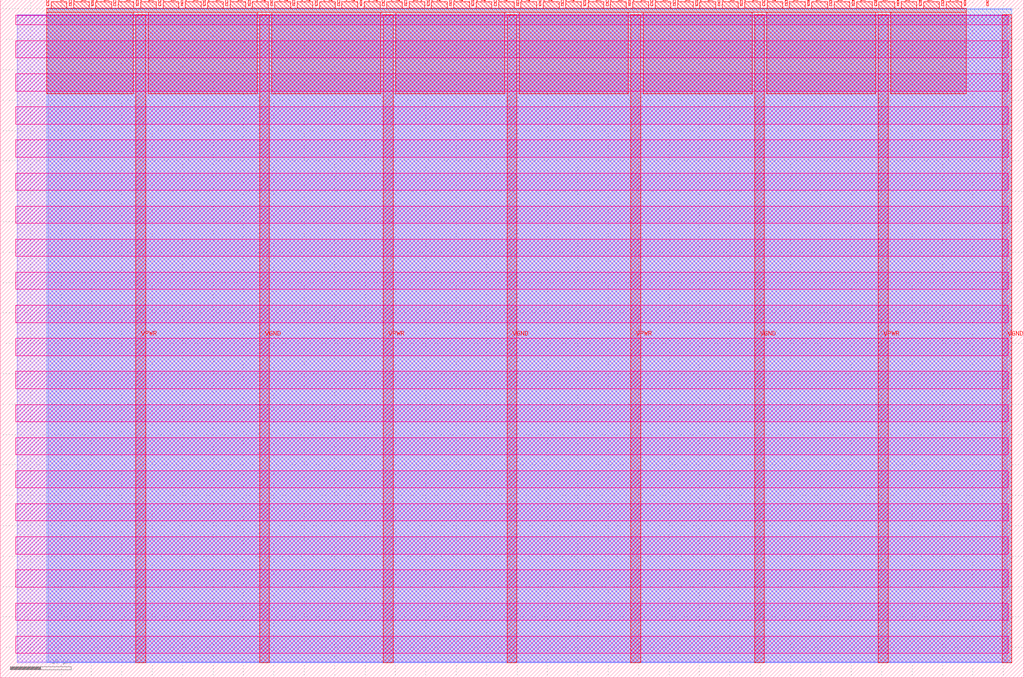
<source format=lef>
VERSION 5.7 ;
  NOWIREEXTENSIONATPIN ON ;
  DIVIDERCHAR "/" ;
  BUSBITCHARS "[]" ;
MACRO tt_um_BounceFSM_RSX92
  CLASS BLOCK ;
  FOREIGN tt_um_BounceFSM_RSX92 ;
  ORIGIN 0.000 0.000 ;
  SIZE 168.360 BY 111.520 ;
  PIN VGND
    DIRECTION INOUT ;
    USE GROUND ;
    PORT
      LAYER met4 ;
        RECT 42.670 2.480 44.270 109.040 ;
    END
    PORT
      LAYER met4 ;
        RECT 83.380 2.480 84.980 109.040 ;
    END
    PORT
      LAYER met4 ;
        RECT 124.090 2.480 125.690 109.040 ;
    END
    PORT
      LAYER met4 ;
        RECT 164.800 2.480 166.400 109.040 ;
    END
  END VGND
  PIN VPWR
    DIRECTION INOUT ;
    USE POWER ;
    PORT
      LAYER met4 ;
        RECT 22.315 2.480 23.915 109.040 ;
    END
    PORT
      LAYER met4 ;
        RECT 63.025 2.480 64.625 109.040 ;
    END
    PORT
      LAYER met4 ;
        RECT 103.735 2.480 105.335 109.040 ;
    END
    PORT
      LAYER met4 ;
        RECT 144.445 2.480 146.045 109.040 ;
    END
  END VPWR
  PIN clk
    DIRECTION INPUT ;
    USE SIGNAL ;
    ANTENNAGATEAREA 0.852000 ;
    PORT
      LAYER met4 ;
        RECT 158.550 110.520 158.850 111.520 ;
    END
  END clk
  PIN ena
    DIRECTION INPUT ;
    USE SIGNAL ;
    PORT
      LAYER met4 ;
        RECT 162.230 110.520 162.530 111.520 ;
    END
  END ena
  PIN rst_n
    DIRECTION INPUT ;
    USE SIGNAL ;
    ANTENNAGATEAREA 0.196500 ;
    PORT
      LAYER met4 ;
        RECT 154.870 110.520 155.170 111.520 ;
    END
  END rst_n
  PIN ui_in[0]
    DIRECTION INPUT ;
    USE SIGNAL ;
    ANTENNAGATEAREA 0.213000 ;
    PORT
      LAYER met4 ;
        RECT 151.190 110.520 151.490 111.520 ;
    END
  END ui_in[0]
  PIN ui_in[1]
    DIRECTION INPUT ;
    USE SIGNAL ;
    ANTENNAGATEAREA 0.196500 ;
    PORT
      LAYER met4 ;
        RECT 147.510 110.520 147.810 111.520 ;
    END
  END ui_in[1]
  PIN ui_in[2]
    DIRECTION INPUT ;
    USE SIGNAL ;
    PORT
      LAYER met4 ;
        RECT 143.830 110.520 144.130 111.520 ;
    END
  END ui_in[2]
  PIN ui_in[3]
    DIRECTION INPUT ;
    USE SIGNAL ;
    PORT
      LAYER met4 ;
        RECT 140.150 110.520 140.450 111.520 ;
    END
  END ui_in[3]
  PIN ui_in[4]
    DIRECTION INPUT ;
    USE SIGNAL ;
    ANTENNAGATEAREA 0.126000 ;
    PORT
      LAYER met4 ;
        RECT 136.470 110.520 136.770 111.520 ;
    END
  END ui_in[4]
  PIN ui_in[5]
    DIRECTION INPUT ;
    USE SIGNAL ;
    ANTENNAGATEAREA 0.126000 ;
    PORT
      LAYER met4 ;
        RECT 132.790 110.520 133.090 111.520 ;
    END
  END ui_in[5]
  PIN ui_in[6]
    DIRECTION INPUT ;
    USE SIGNAL ;
    ANTENNAGATEAREA 0.196500 ;
    PORT
      LAYER met4 ;
        RECT 129.110 110.520 129.410 111.520 ;
    END
  END ui_in[6]
  PIN ui_in[7]
    DIRECTION INPUT ;
    USE SIGNAL ;
    ANTENNAGATEAREA 0.126000 ;
    PORT
      LAYER met4 ;
        RECT 125.430 110.520 125.730 111.520 ;
    END
  END ui_in[7]
  PIN uio_in[0]
    DIRECTION INPUT ;
    USE SIGNAL ;
    PORT
      LAYER met4 ;
        RECT 121.750 110.520 122.050 111.520 ;
    END
  END uio_in[0]
  PIN uio_in[1]
    DIRECTION INPUT ;
    USE SIGNAL ;
    PORT
      LAYER met4 ;
        RECT 118.070 110.520 118.370 111.520 ;
    END
  END uio_in[1]
  PIN uio_in[2]
    DIRECTION INPUT ;
    USE SIGNAL ;
    PORT
      LAYER met4 ;
        RECT 114.390 110.520 114.690 111.520 ;
    END
  END uio_in[2]
  PIN uio_in[3]
    DIRECTION INPUT ;
    USE SIGNAL ;
    PORT
      LAYER met4 ;
        RECT 110.710 110.520 111.010 111.520 ;
    END
  END uio_in[3]
  PIN uio_in[4]
    DIRECTION INPUT ;
    USE SIGNAL ;
    PORT
      LAYER met4 ;
        RECT 107.030 110.520 107.330 111.520 ;
    END
  END uio_in[4]
  PIN uio_in[5]
    DIRECTION INPUT ;
    USE SIGNAL ;
    PORT
      LAYER met4 ;
        RECT 103.350 110.520 103.650 111.520 ;
    END
  END uio_in[5]
  PIN uio_in[6]
    DIRECTION INPUT ;
    USE SIGNAL ;
    PORT
      LAYER met4 ;
        RECT 99.670 110.520 99.970 111.520 ;
    END
  END uio_in[6]
  PIN uio_in[7]
    DIRECTION INPUT ;
    USE SIGNAL ;
    PORT
      LAYER met4 ;
        RECT 95.990 110.520 96.290 111.520 ;
    END
  END uio_in[7]
  PIN uio_oe[0]
    DIRECTION OUTPUT TRISTATE ;
    USE SIGNAL ;
    PORT
      LAYER met4 ;
        RECT 33.430 110.520 33.730 111.520 ;
    END
  END uio_oe[0]
  PIN uio_oe[1]
    DIRECTION OUTPUT TRISTATE ;
    USE SIGNAL ;
    PORT
      LAYER met4 ;
        RECT 29.750 110.520 30.050 111.520 ;
    END
  END uio_oe[1]
  PIN uio_oe[2]
    DIRECTION OUTPUT TRISTATE ;
    USE SIGNAL ;
    PORT
      LAYER met4 ;
        RECT 26.070 110.520 26.370 111.520 ;
    END
  END uio_oe[2]
  PIN uio_oe[3]
    DIRECTION OUTPUT TRISTATE ;
    USE SIGNAL ;
    PORT
      LAYER met4 ;
        RECT 22.390 110.520 22.690 111.520 ;
    END
  END uio_oe[3]
  PIN uio_oe[4]
    DIRECTION OUTPUT TRISTATE ;
    USE SIGNAL ;
    PORT
      LAYER met4 ;
        RECT 18.710 110.520 19.010 111.520 ;
    END
  END uio_oe[4]
  PIN uio_oe[5]
    DIRECTION OUTPUT TRISTATE ;
    USE SIGNAL ;
    PORT
      LAYER met4 ;
        RECT 15.030 110.520 15.330 111.520 ;
    END
  END uio_oe[5]
  PIN uio_oe[6]
    DIRECTION OUTPUT TRISTATE ;
    USE SIGNAL ;
    PORT
      LAYER met4 ;
        RECT 11.350 110.520 11.650 111.520 ;
    END
  END uio_oe[6]
  PIN uio_oe[7]
    DIRECTION OUTPUT TRISTATE ;
    USE SIGNAL ;
    PORT
      LAYER met4 ;
        RECT 7.670 110.520 7.970 111.520 ;
    END
  END uio_oe[7]
  PIN uio_out[0]
    DIRECTION OUTPUT TRISTATE ;
    USE SIGNAL ;
    PORT
      LAYER met4 ;
        RECT 62.870 110.520 63.170 111.520 ;
    END
  END uio_out[0]
  PIN uio_out[1]
    DIRECTION OUTPUT TRISTATE ;
    USE SIGNAL ;
    PORT
      LAYER met4 ;
        RECT 59.190 110.520 59.490 111.520 ;
    END
  END uio_out[1]
  PIN uio_out[2]
    DIRECTION OUTPUT TRISTATE ;
    USE SIGNAL ;
    PORT
      LAYER met4 ;
        RECT 55.510 110.520 55.810 111.520 ;
    END
  END uio_out[2]
  PIN uio_out[3]
    DIRECTION OUTPUT TRISTATE ;
    USE SIGNAL ;
    PORT
      LAYER met4 ;
        RECT 51.830 110.520 52.130 111.520 ;
    END
  END uio_out[3]
  PIN uio_out[4]
    DIRECTION OUTPUT TRISTATE ;
    USE SIGNAL ;
    PORT
      LAYER met4 ;
        RECT 48.150 110.520 48.450 111.520 ;
    END
  END uio_out[4]
  PIN uio_out[5]
    DIRECTION OUTPUT TRISTATE ;
    USE SIGNAL ;
    PORT
      LAYER met4 ;
        RECT 44.470 110.520 44.770 111.520 ;
    END
  END uio_out[5]
  PIN uio_out[6]
    DIRECTION OUTPUT TRISTATE ;
    USE SIGNAL ;
    PORT
      LAYER met4 ;
        RECT 40.790 110.520 41.090 111.520 ;
    END
  END uio_out[6]
  PIN uio_out[7]
    DIRECTION OUTPUT TRISTATE ;
    USE SIGNAL ;
    PORT
      LAYER met4 ;
        RECT 37.110 110.520 37.410 111.520 ;
    END
  END uio_out[7]
  PIN uo_out[0]
    DIRECTION OUTPUT TRISTATE ;
    USE SIGNAL ;
    ANTENNAGATEAREA 0.247500 ;
    ANTENNADIFFAREA 0.445500 ;
    PORT
      LAYER met4 ;
        RECT 92.310 110.520 92.610 111.520 ;
    END
  END uo_out[0]
  PIN uo_out[1]
    DIRECTION OUTPUT TRISTATE ;
    USE SIGNAL ;
    ANTENNAGATEAREA 0.247500 ;
    ANTENNADIFFAREA 0.445500 ;
    PORT
      LAYER met4 ;
        RECT 88.630 110.520 88.930 111.520 ;
    END
  END uo_out[1]
  PIN uo_out[2]
    DIRECTION OUTPUT TRISTATE ;
    USE SIGNAL ;
    ANTENNAGATEAREA 0.126000 ;
    ANTENNADIFFAREA 0.445500 ;
    PORT
      LAYER met4 ;
        RECT 84.950 110.520 85.250 111.520 ;
    END
  END uo_out[2]
  PIN uo_out[3]
    DIRECTION OUTPUT TRISTATE ;
    USE SIGNAL ;
    ANTENNAGATEAREA 0.126000 ;
    ANTENNADIFFAREA 0.445500 ;
    PORT
      LAYER met4 ;
        RECT 81.270 110.520 81.570 111.520 ;
    END
  END uo_out[3]
  PIN uo_out[4]
    DIRECTION OUTPUT TRISTATE ;
    USE SIGNAL ;
    ANTENNAGATEAREA 0.247500 ;
    ANTENNADIFFAREA 0.891000 ;
    PORT
      LAYER met4 ;
        RECT 77.590 110.520 77.890 111.520 ;
    END
  END uo_out[4]
  PIN uo_out[5]
    DIRECTION OUTPUT TRISTATE ;
    USE SIGNAL ;
    ANTENNAGATEAREA 0.247500 ;
    ANTENNADIFFAREA 0.891000 ;
    PORT
      LAYER met4 ;
        RECT 73.910 110.520 74.210 111.520 ;
    END
  END uo_out[5]
  PIN uo_out[6]
    DIRECTION OUTPUT TRISTATE ;
    USE SIGNAL ;
    ANTENNAGATEAREA 0.126000 ;
    ANTENNADIFFAREA 0.891000 ;
    PORT
      LAYER met4 ;
        RECT 70.230 110.520 70.530 111.520 ;
    END
  END uo_out[6]
  PIN uo_out[7]
    DIRECTION OUTPUT TRISTATE ;
    USE SIGNAL ;
    ANTENNAGATEAREA 0.126000 ;
    ANTENNADIFFAREA 0.445500 ;
    PORT
      LAYER met4 ;
        RECT 66.550 110.520 66.850 111.520 ;
    END
  END uo_out[7]
  OBS
      LAYER nwell ;
        RECT 2.570 107.385 165.790 108.990 ;
        RECT 2.570 101.945 165.790 104.775 ;
        RECT 2.570 96.505 165.790 99.335 ;
        RECT 2.570 91.065 165.790 93.895 ;
        RECT 2.570 85.625 165.790 88.455 ;
        RECT 2.570 80.185 165.790 83.015 ;
        RECT 2.570 74.745 165.790 77.575 ;
        RECT 2.570 69.305 165.790 72.135 ;
        RECT 2.570 63.865 165.790 66.695 ;
        RECT 2.570 58.425 165.790 61.255 ;
        RECT 2.570 52.985 165.790 55.815 ;
        RECT 2.570 47.545 165.790 50.375 ;
        RECT 2.570 42.105 165.790 44.935 ;
        RECT 2.570 36.665 165.790 39.495 ;
        RECT 2.570 31.225 165.790 34.055 ;
        RECT 2.570 25.785 165.790 28.615 ;
        RECT 2.570 20.345 165.790 23.175 ;
        RECT 2.570 14.905 165.790 17.735 ;
        RECT 2.570 9.465 165.790 12.295 ;
        RECT 2.570 4.025 165.790 6.855 ;
      LAYER li1 ;
        RECT 2.760 2.635 165.600 108.885 ;
      LAYER met1 ;
        RECT 2.760 2.480 166.400 109.040 ;
      LAYER met2 ;
        RECT 7.910 2.535 166.370 110.005 ;
      LAYER met3 ;
        RECT 7.630 2.555 166.390 109.985 ;
      LAYER met4 ;
        RECT 8.370 110.120 10.950 111.170 ;
        RECT 12.050 110.120 14.630 111.170 ;
        RECT 15.730 110.120 18.310 111.170 ;
        RECT 19.410 110.120 21.990 111.170 ;
        RECT 23.090 110.120 25.670 111.170 ;
        RECT 26.770 110.120 29.350 111.170 ;
        RECT 30.450 110.120 33.030 111.170 ;
        RECT 34.130 110.120 36.710 111.170 ;
        RECT 37.810 110.120 40.390 111.170 ;
        RECT 41.490 110.120 44.070 111.170 ;
        RECT 45.170 110.120 47.750 111.170 ;
        RECT 48.850 110.120 51.430 111.170 ;
        RECT 52.530 110.120 55.110 111.170 ;
        RECT 56.210 110.120 58.790 111.170 ;
        RECT 59.890 110.120 62.470 111.170 ;
        RECT 63.570 110.120 66.150 111.170 ;
        RECT 67.250 110.120 69.830 111.170 ;
        RECT 70.930 110.120 73.510 111.170 ;
        RECT 74.610 110.120 77.190 111.170 ;
        RECT 78.290 110.120 80.870 111.170 ;
        RECT 81.970 110.120 84.550 111.170 ;
        RECT 85.650 110.120 88.230 111.170 ;
        RECT 89.330 110.120 91.910 111.170 ;
        RECT 93.010 110.120 95.590 111.170 ;
        RECT 96.690 110.120 99.270 111.170 ;
        RECT 100.370 110.120 102.950 111.170 ;
        RECT 104.050 110.120 106.630 111.170 ;
        RECT 107.730 110.120 110.310 111.170 ;
        RECT 111.410 110.120 113.990 111.170 ;
        RECT 115.090 110.120 117.670 111.170 ;
        RECT 118.770 110.120 121.350 111.170 ;
        RECT 122.450 110.120 125.030 111.170 ;
        RECT 126.130 110.120 128.710 111.170 ;
        RECT 129.810 110.120 132.390 111.170 ;
        RECT 133.490 110.120 136.070 111.170 ;
        RECT 137.170 110.120 139.750 111.170 ;
        RECT 140.850 110.120 143.430 111.170 ;
        RECT 144.530 110.120 147.110 111.170 ;
        RECT 148.210 110.120 150.790 111.170 ;
        RECT 151.890 110.120 154.470 111.170 ;
        RECT 155.570 110.120 158.150 111.170 ;
        RECT 7.655 109.440 158.865 110.120 ;
        RECT 7.655 96.055 21.915 109.440 ;
        RECT 24.315 96.055 42.270 109.440 ;
        RECT 44.670 96.055 62.625 109.440 ;
        RECT 65.025 96.055 82.980 109.440 ;
        RECT 85.380 96.055 103.335 109.440 ;
        RECT 105.735 96.055 123.690 109.440 ;
        RECT 126.090 96.055 144.045 109.440 ;
        RECT 146.445 96.055 158.865 109.440 ;
  END
END tt_um_BounceFSM_RSX92
END LIBRARY


</source>
